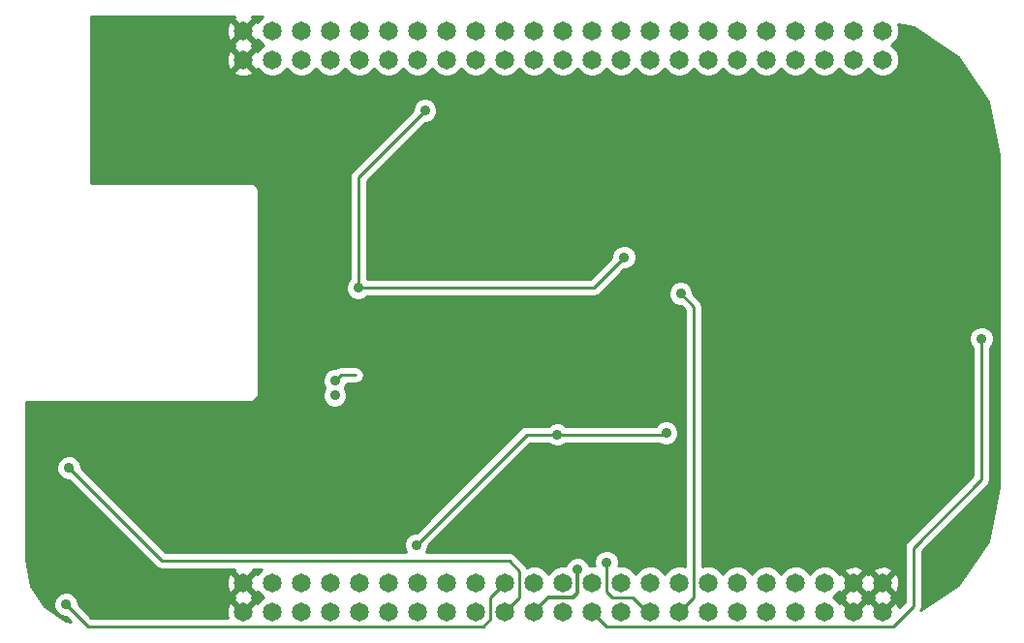
<source format=gbl>
G04 (created by PCBNEW (2013-07-07 BZR 4022)-stable) date 3/24/2015 12:33:15 PM*
%MOIN*%
G04 Gerber Fmt 3.4, Leading zero omitted, Abs format*
%FSLAX34Y34*%
G01*
G70*
G90*
G04 APERTURE LIST*
%ADD10C,0.00590551*%
%ADD11C,0.065*%
%ADD12C,0.035*%
%ADD13C,0.01*%
%ADD14C,0.012*%
G04 APERTURE END LIST*
G54D10*
G54D11*
X73650Y-43350D03*
X73650Y-42350D03*
X74650Y-43350D03*
X74650Y-42350D03*
X75650Y-43350D03*
X75650Y-42350D03*
X76650Y-43350D03*
X76650Y-42350D03*
X77650Y-43350D03*
X77650Y-42350D03*
X78650Y-43350D03*
X78650Y-42350D03*
X79650Y-43350D03*
X79650Y-42350D03*
X80650Y-43350D03*
X80650Y-42350D03*
X81650Y-43350D03*
X81650Y-42350D03*
X82650Y-43350D03*
X82650Y-42350D03*
X83650Y-43350D03*
X83650Y-42350D03*
X84650Y-43350D03*
X84650Y-42350D03*
X85650Y-43350D03*
X85650Y-42350D03*
X86650Y-43350D03*
X86650Y-42350D03*
X87650Y-43350D03*
X87650Y-42350D03*
X88650Y-43350D03*
X88650Y-42350D03*
X89650Y-43350D03*
X89650Y-42350D03*
X90650Y-43350D03*
X90650Y-42350D03*
X91650Y-43350D03*
X91650Y-42350D03*
X92650Y-43350D03*
X92650Y-42350D03*
X93650Y-43350D03*
X93650Y-42350D03*
X94650Y-43350D03*
X94650Y-42350D03*
X95650Y-43350D03*
X95650Y-42350D03*
X73650Y-62350D03*
X73650Y-61350D03*
X74650Y-62350D03*
X74650Y-61350D03*
X75650Y-62350D03*
X75650Y-61350D03*
X76650Y-62350D03*
X76650Y-61350D03*
X77650Y-62350D03*
X77650Y-61350D03*
X78650Y-62350D03*
X78650Y-61350D03*
X79650Y-62350D03*
X79650Y-61350D03*
X80650Y-62350D03*
X80650Y-61350D03*
X81650Y-62350D03*
X81650Y-61350D03*
X82650Y-62350D03*
X82650Y-61350D03*
X83650Y-62350D03*
X83650Y-61350D03*
X84650Y-62350D03*
X84650Y-61350D03*
X85650Y-62350D03*
X85650Y-61350D03*
X86650Y-62350D03*
X86650Y-61350D03*
X87650Y-62350D03*
X87650Y-61350D03*
X88650Y-62350D03*
X88650Y-61350D03*
X89650Y-62350D03*
X89650Y-61350D03*
X90650Y-62350D03*
X90650Y-61350D03*
X91650Y-62350D03*
X91650Y-61350D03*
X92650Y-62350D03*
X92650Y-61350D03*
X93650Y-62350D03*
X93650Y-61350D03*
X94650Y-62350D03*
X94650Y-61350D03*
X95650Y-62350D03*
X95650Y-61350D03*
G54D12*
X76800Y-54900D03*
X76800Y-54400D03*
X99050Y-52950D03*
X67650Y-57400D03*
X84450Y-56250D03*
X79600Y-60050D03*
X88200Y-56200D03*
X85150Y-60900D03*
X67550Y-62100D03*
X86150Y-60650D03*
X88700Y-51400D03*
X86750Y-50150D03*
X79900Y-45100D03*
X77600Y-51200D03*
X93350Y-45750D03*
X93950Y-45750D03*
X94550Y-45750D03*
X95150Y-45750D03*
X99350Y-50550D03*
X99350Y-50000D03*
X99350Y-49450D03*
X99350Y-48900D03*
X94300Y-59950D03*
X93850Y-59950D03*
X75200Y-47200D03*
X74700Y-47200D03*
X74200Y-47200D03*
X78000Y-54200D03*
X89400Y-51300D03*
X88500Y-50400D03*
X86750Y-50900D03*
X87150Y-50650D03*
X82350Y-46350D03*
X82000Y-46000D03*
X81650Y-45650D03*
X90100Y-57500D03*
X90600Y-57400D03*
X90200Y-57000D03*
X88250Y-58200D03*
X88250Y-57700D03*
X88250Y-57150D03*
X95500Y-58800D03*
X95100Y-59150D03*
X78950Y-49950D03*
X78400Y-49950D03*
X76600Y-52500D03*
X76600Y-53000D03*
X73800Y-55450D03*
X73300Y-55450D03*
X72800Y-55450D03*
X69900Y-57350D03*
X69450Y-57350D03*
G54D13*
X77500Y-54200D02*
X77000Y-54200D01*
X77000Y-54200D02*
X76800Y-54400D01*
X85650Y-62350D02*
X86150Y-62850D01*
X86150Y-62850D02*
X96000Y-62850D01*
X96000Y-62850D02*
X96700Y-62150D01*
X96700Y-62150D02*
X96700Y-60150D01*
X96700Y-60150D02*
X99050Y-57800D01*
X99050Y-57800D02*
X99050Y-52950D01*
X82650Y-62350D02*
X83150Y-61850D01*
X83150Y-60950D02*
X83150Y-61850D01*
X82800Y-60600D02*
X83150Y-60950D01*
X70850Y-60600D02*
X82800Y-60600D01*
X70850Y-60600D02*
X67650Y-57400D01*
X83400Y-56250D02*
X79600Y-60050D01*
X88150Y-56250D02*
X84450Y-56250D01*
X84450Y-56250D02*
X83400Y-56250D01*
X88200Y-56200D02*
X88150Y-56250D01*
G54D14*
X83650Y-62350D02*
X84150Y-61850D01*
X85150Y-61700D02*
X85150Y-60900D01*
X85000Y-61850D02*
X85150Y-61700D01*
X84150Y-61850D02*
X85000Y-61850D01*
G54D13*
X82150Y-61850D02*
X82650Y-61350D01*
X82150Y-62600D02*
X82150Y-61850D01*
X81900Y-62850D02*
X82150Y-62600D01*
X68300Y-62850D02*
X81900Y-62850D01*
X67550Y-62100D02*
X68300Y-62850D01*
X87650Y-62350D02*
X87550Y-62350D01*
X86150Y-61650D02*
X86150Y-60650D01*
X86350Y-61850D02*
X86150Y-61650D01*
X87050Y-61850D02*
X86350Y-61850D01*
X87550Y-62350D02*
X87050Y-61850D01*
X88650Y-62350D02*
X89150Y-61850D01*
X89150Y-51850D02*
X88700Y-51400D01*
X89150Y-61850D02*
X89150Y-51850D01*
X85700Y-51200D02*
X77600Y-51200D01*
X86750Y-50150D02*
X85700Y-51200D01*
X77600Y-47400D02*
X77600Y-51200D01*
X79900Y-45100D02*
X77600Y-47400D01*
X93950Y-45750D02*
X93350Y-45750D01*
X95150Y-45750D02*
X94550Y-45750D01*
X99350Y-50000D02*
X99350Y-50550D01*
X99350Y-48900D02*
X99350Y-49450D01*
X94300Y-59950D02*
X93850Y-59950D01*
X74200Y-47200D02*
X74700Y-47200D01*
X86900Y-50900D02*
X86750Y-50900D01*
X87150Y-50650D02*
X86900Y-50900D01*
X81650Y-45650D02*
X82000Y-46000D01*
X90200Y-57000D02*
X90600Y-57400D01*
X88250Y-57150D02*
X88250Y-57700D01*
X95450Y-58800D02*
X95500Y-58800D01*
X95100Y-59150D02*
X95450Y-58800D01*
X78400Y-49950D02*
X78950Y-49950D01*
X76600Y-52500D02*
X76600Y-53000D01*
X72800Y-55450D02*
X73300Y-55450D01*
X69450Y-57350D02*
X69900Y-57350D01*
G54D10*
G36*
X99630Y-58064D02*
X99264Y-59912D01*
X98243Y-61437D01*
X96952Y-62301D01*
X96977Y-62264D01*
X96999Y-62150D01*
X97000Y-62150D01*
X97000Y-60274D01*
X99262Y-58012D01*
X99262Y-58012D01*
X99327Y-57914D01*
X99349Y-57800D01*
X99350Y-57800D01*
X99350Y-53251D01*
X99410Y-53191D01*
X99474Y-53034D01*
X99475Y-52865D01*
X99410Y-52709D01*
X99291Y-52589D01*
X99134Y-52525D01*
X98965Y-52524D01*
X98809Y-52589D01*
X98689Y-52708D01*
X98625Y-52865D01*
X98624Y-53034D01*
X98689Y-53190D01*
X98750Y-53251D01*
X98750Y-57675D01*
X96487Y-59937D01*
X96422Y-60035D01*
X96400Y-60150D01*
X96400Y-62025D01*
X96229Y-62196D01*
X96229Y-61437D01*
X96219Y-61209D01*
X96151Y-61047D01*
X96054Y-61016D01*
X95983Y-61087D01*
X95983Y-60945D01*
X95952Y-60848D01*
X95737Y-60770D01*
X95509Y-60780D01*
X95347Y-60848D01*
X95316Y-60945D01*
X95650Y-61279D01*
X95983Y-60945D01*
X95983Y-61087D01*
X95720Y-61350D01*
X96054Y-61683D01*
X96151Y-61652D01*
X96229Y-61437D01*
X96229Y-62196D01*
X96218Y-62207D01*
X96151Y-62047D01*
X96054Y-62016D01*
X95983Y-62087D01*
X95983Y-61945D01*
X95953Y-61850D01*
X95983Y-61754D01*
X95650Y-61420D01*
X95579Y-61491D01*
X95579Y-61350D01*
X95245Y-61016D01*
X95150Y-61046D01*
X95054Y-61016D01*
X94983Y-61087D01*
X94983Y-60945D01*
X94952Y-60848D01*
X94737Y-60770D01*
X94509Y-60780D01*
X94347Y-60848D01*
X94316Y-60945D01*
X94650Y-61279D01*
X94983Y-60945D01*
X94983Y-61087D01*
X94720Y-61350D01*
X95054Y-61683D01*
X95150Y-61653D01*
X95245Y-61683D01*
X95579Y-61350D01*
X95579Y-61491D01*
X95316Y-61754D01*
X95346Y-61850D01*
X95316Y-61945D01*
X95650Y-62279D01*
X95983Y-61945D01*
X95983Y-62087D01*
X95720Y-62350D01*
X95726Y-62355D01*
X95655Y-62426D01*
X95650Y-62420D01*
X95644Y-62426D01*
X95573Y-62355D01*
X95579Y-62350D01*
X95245Y-62016D01*
X95150Y-62046D01*
X95054Y-62016D01*
X94983Y-62087D01*
X94983Y-61945D01*
X94953Y-61850D01*
X94983Y-61754D01*
X94650Y-61420D01*
X94316Y-61754D01*
X94346Y-61850D01*
X94316Y-61945D01*
X94650Y-62279D01*
X94983Y-61945D01*
X94983Y-62087D01*
X94720Y-62350D01*
X94726Y-62355D01*
X94655Y-62426D01*
X94650Y-62420D01*
X94644Y-62426D01*
X94573Y-62355D01*
X94579Y-62350D01*
X94245Y-62016D01*
X94148Y-62047D01*
X94147Y-62048D01*
X94137Y-62024D01*
X93976Y-61862D01*
X93945Y-61850D01*
X93975Y-61837D01*
X94137Y-61676D01*
X94147Y-61651D01*
X94148Y-61652D01*
X94245Y-61683D01*
X94579Y-61350D01*
X94245Y-61016D01*
X94148Y-61047D01*
X94147Y-61048D01*
X94137Y-61024D01*
X93976Y-60862D01*
X93764Y-60775D01*
X93536Y-60774D01*
X93324Y-60862D01*
X93162Y-61023D01*
X93150Y-61054D01*
X93137Y-61024D01*
X92976Y-60862D01*
X92764Y-60775D01*
X92536Y-60774D01*
X92324Y-60862D01*
X92162Y-61023D01*
X92150Y-61054D01*
X92137Y-61024D01*
X91976Y-60862D01*
X91764Y-60775D01*
X91536Y-60774D01*
X91324Y-60862D01*
X91162Y-61023D01*
X91150Y-61054D01*
X91137Y-61024D01*
X90976Y-60862D01*
X90764Y-60775D01*
X90536Y-60774D01*
X90324Y-60862D01*
X90162Y-61023D01*
X90150Y-61054D01*
X90137Y-61024D01*
X89976Y-60862D01*
X89764Y-60775D01*
X89536Y-60774D01*
X89450Y-60810D01*
X89450Y-51850D01*
X89427Y-51735D01*
X89362Y-51637D01*
X89124Y-51400D01*
X89125Y-51315D01*
X89060Y-51159D01*
X88941Y-51039D01*
X88784Y-50975D01*
X88615Y-50974D01*
X88459Y-51039D01*
X88339Y-51158D01*
X88275Y-51315D01*
X88274Y-51484D01*
X88339Y-51640D01*
X88458Y-51760D01*
X88615Y-51824D01*
X88700Y-51825D01*
X88850Y-51974D01*
X88850Y-60810D01*
X88764Y-60775D01*
X88536Y-60774D01*
X88324Y-60862D01*
X88162Y-61023D01*
X88150Y-61054D01*
X88137Y-61024D01*
X87976Y-60862D01*
X87764Y-60775D01*
X87536Y-60774D01*
X87324Y-60862D01*
X87162Y-61023D01*
X87150Y-61054D01*
X87137Y-61024D01*
X86976Y-60862D01*
X86764Y-60775D01*
X86558Y-60774D01*
X86574Y-60734D01*
X86575Y-60565D01*
X86510Y-60409D01*
X86391Y-60289D01*
X86234Y-60225D01*
X86065Y-60224D01*
X85909Y-60289D01*
X85789Y-60408D01*
X85725Y-60565D01*
X85724Y-60734D01*
X85741Y-60775D01*
X85558Y-60774D01*
X85510Y-60659D01*
X85391Y-60539D01*
X85234Y-60475D01*
X85065Y-60474D01*
X84909Y-60539D01*
X84789Y-60658D01*
X84741Y-60775D01*
X84536Y-60774D01*
X84324Y-60862D01*
X84162Y-61023D01*
X84150Y-61054D01*
X84137Y-61024D01*
X83976Y-60862D01*
X83764Y-60775D01*
X83536Y-60774D01*
X83419Y-60823D01*
X83362Y-60737D01*
X83362Y-60737D01*
X83012Y-60387D01*
X82914Y-60322D01*
X82800Y-60300D01*
X79951Y-60300D01*
X79960Y-60291D01*
X80024Y-60134D01*
X80025Y-60049D01*
X83524Y-56550D01*
X84148Y-56550D01*
X84208Y-56610D01*
X84365Y-56674D01*
X84534Y-56675D01*
X84690Y-56610D01*
X84751Y-56550D01*
X87948Y-56550D01*
X87958Y-56560D01*
X88115Y-56624D01*
X88284Y-56625D01*
X88440Y-56560D01*
X88560Y-56441D01*
X88624Y-56284D01*
X88625Y-56115D01*
X88560Y-55959D01*
X88441Y-55839D01*
X88284Y-55775D01*
X88115Y-55774D01*
X87959Y-55839D01*
X87848Y-55950D01*
X87175Y-55950D01*
X87175Y-50065D01*
X87110Y-49909D01*
X86991Y-49789D01*
X86834Y-49725D01*
X86665Y-49724D01*
X86509Y-49789D01*
X86389Y-49908D01*
X86325Y-50065D01*
X86324Y-50150D01*
X85575Y-50900D01*
X77901Y-50900D01*
X77900Y-50898D01*
X77900Y-47524D01*
X79899Y-45524D01*
X79984Y-45525D01*
X80140Y-45460D01*
X80260Y-45341D01*
X80324Y-45184D01*
X80325Y-45015D01*
X80260Y-44859D01*
X80141Y-44739D01*
X79984Y-44675D01*
X79815Y-44674D01*
X79659Y-44739D01*
X79539Y-44858D01*
X79475Y-45015D01*
X79474Y-45100D01*
X77387Y-47187D01*
X77322Y-47285D01*
X77300Y-47400D01*
X77300Y-50898D01*
X77239Y-50958D01*
X77175Y-51115D01*
X77174Y-51284D01*
X77239Y-51440D01*
X77358Y-51560D01*
X77515Y-51624D01*
X77684Y-51625D01*
X77840Y-51560D01*
X77901Y-51500D01*
X85700Y-51500D01*
X85700Y-51499D01*
X85814Y-51477D01*
X85814Y-51477D01*
X85912Y-51412D01*
X86749Y-50574D01*
X86834Y-50575D01*
X86990Y-50510D01*
X87110Y-50391D01*
X87174Y-50234D01*
X87175Y-50065D01*
X87175Y-55950D01*
X84751Y-55950D01*
X84691Y-55889D01*
X84534Y-55825D01*
X84365Y-55824D01*
X84209Y-55889D01*
X84148Y-55950D01*
X83400Y-55950D01*
X83285Y-55972D01*
X83187Y-56037D01*
X79600Y-59625D01*
X79515Y-59624D01*
X79359Y-59689D01*
X79239Y-59808D01*
X79175Y-59965D01*
X79174Y-60134D01*
X79239Y-60290D01*
X79249Y-60300D01*
X77800Y-60300D01*
X77800Y-54200D01*
X77777Y-54085D01*
X77712Y-53987D01*
X77614Y-53922D01*
X77500Y-53900D01*
X77000Y-53900D01*
X76885Y-53922D01*
X76807Y-53975D01*
X76807Y-53975D01*
X76715Y-53974D01*
X76559Y-54039D01*
X76439Y-54158D01*
X76375Y-54315D01*
X76374Y-54484D01*
X76439Y-54640D01*
X76448Y-54649D01*
X76439Y-54658D01*
X76375Y-54815D01*
X76374Y-54984D01*
X76439Y-55140D01*
X76558Y-55260D01*
X76715Y-55324D01*
X76884Y-55325D01*
X77040Y-55260D01*
X77160Y-55141D01*
X77224Y-54984D01*
X77225Y-54815D01*
X77160Y-54659D01*
X77151Y-54650D01*
X77160Y-54641D01*
X77218Y-54500D01*
X77500Y-54500D01*
X77614Y-54477D01*
X77712Y-54412D01*
X77777Y-54314D01*
X77800Y-54200D01*
X77800Y-60300D01*
X70974Y-60300D01*
X68074Y-57400D01*
X68075Y-57315D01*
X68010Y-57159D01*
X67891Y-57039D01*
X67734Y-56975D01*
X67565Y-56974D01*
X67409Y-57039D01*
X67289Y-57158D01*
X67225Y-57315D01*
X67224Y-57484D01*
X67289Y-57640D01*
X67408Y-57760D01*
X67565Y-57824D01*
X67650Y-57825D01*
X70637Y-60812D01*
X70637Y-60812D01*
X70735Y-60877D01*
X70849Y-60899D01*
X70850Y-60900D01*
X73330Y-60900D01*
X73316Y-60945D01*
X73650Y-61279D01*
X73983Y-60945D01*
X73969Y-60900D01*
X74286Y-60900D01*
X74162Y-61023D01*
X74152Y-61048D01*
X74151Y-61047D01*
X74054Y-61016D01*
X73720Y-61350D01*
X74054Y-61683D01*
X74151Y-61652D01*
X74152Y-61651D01*
X74162Y-61675D01*
X74323Y-61837D01*
X74354Y-61849D01*
X74324Y-61862D01*
X74162Y-62023D01*
X74152Y-62048D01*
X74151Y-62047D01*
X74054Y-62016D01*
X73983Y-62087D01*
X73983Y-61945D01*
X73953Y-61850D01*
X73983Y-61754D01*
X73650Y-61420D01*
X73579Y-61491D01*
X73579Y-61350D01*
X73245Y-61016D01*
X73148Y-61047D01*
X73070Y-61262D01*
X73080Y-61490D01*
X73148Y-61652D01*
X73245Y-61683D01*
X73579Y-61350D01*
X73579Y-61491D01*
X73316Y-61754D01*
X73346Y-61850D01*
X73316Y-61945D01*
X73650Y-62279D01*
X73983Y-61945D01*
X73983Y-62087D01*
X73720Y-62350D01*
X73726Y-62355D01*
X73655Y-62426D01*
X73650Y-62420D01*
X73644Y-62426D01*
X73573Y-62355D01*
X73579Y-62350D01*
X73245Y-62016D01*
X73148Y-62047D01*
X73070Y-62262D01*
X73080Y-62490D01*
X73105Y-62550D01*
X68424Y-62550D01*
X67974Y-62100D01*
X67975Y-62015D01*
X67910Y-61859D01*
X67791Y-61739D01*
X67634Y-61675D01*
X67465Y-61674D01*
X67309Y-61739D01*
X67189Y-61858D01*
X67125Y-62015D01*
X67124Y-62184D01*
X67189Y-62340D01*
X67308Y-62460D01*
X67465Y-62524D01*
X67550Y-62525D01*
X67714Y-62688D01*
X67546Y-62655D01*
X66828Y-62174D01*
X66343Y-61449D01*
X66169Y-60573D01*
X66169Y-55119D01*
X73900Y-55119D01*
X74003Y-55099D01*
X74090Y-55040D01*
X74149Y-54953D01*
X74169Y-54850D01*
X74169Y-47850D01*
X74149Y-47746D01*
X74090Y-47659D01*
X74003Y-47600D01*
X73983Y-47596D01*
X73983Y-43754D01*
X73650Y-43420D01*
X73579Y-43491D01*
X73579Y-43350D01*
X73245Y-43016D01*
X73148Y-43047D01*
X73070Y-43262D01*
X73080Y-43490D01*
X73148Y-43652D01*
X73245Y-43683D01*
X73579Y-43350D01*
X73579Y-43491D01*
X73316Y-43754D01*
X73347Y-43851D01*
X73562Y-43929D01*
X73790Y-43919D01*
X73952Y-43851D01*
X73983Y-43754D01*
X73983Y-47596D01*
X73900Y-47580D01*
X68419Y-47580D01*
X68419Y-41869D01*
X73340Y-41869D01*
X73316Y-41945D01*
X73650Y-42279D01*
X73983Y-41945D01*
X73959Y-41869D01*
X74317Y-41869D01*
X74162Y-42023D01*
X74152Y-42048D01*
X74151Y-42047D01*
X74054Y-42016D01*
X73720Y-42350D01*
X74054Y-42683D01*
X74151Y-42652D01*
X74152Y-42651D01*
X74162Y-42675D01*
X74323Y-42837D01*
X74354Y-42849D01*
X74324Y-42862D01*
X74162Y-43023D01*
X74152Y-43048D01*
X74151Y-43047D01*
X74054Y-43016D01*
X73983Y-43087D01*
X73983Y-42945D01*
X73953Y-42850D01*
X73983Y-42754D01*
X73650Y-42420D01*
X73579Y-42491D01*
X73579Y-42350D01*
X73245Y-42016D01*
X73148Y-42047D01*
X73070Y-42262D01*
X73080Y-42490D01*
X73148Y-42652D01*
X73245Y-42683D01*
X73579Y-42350D01*
X73579Y-42491D01*
X73316Y-42754D01*
X73346Y-42850D01*
X73316Y-42945D01*
X73650Y-43279D01*
X73983Y-42945D01*
X73983Y-43087D01*
X73720Y-43350D01*
X74054Y-43683D01*
X74151Y-43652D01*
X74152Y-43651D01*
X74162Y-43675D01*
X74323Y-43837D01*
X74535Y-43924D01*
X74763Y-43925D01*
X74975Y-43837D01*
X75137Y-43676D01*
X75149Y-43645D01*
X75162Y-43675D01*
X75323Y-43837D01*
X75535Y-43924D01*
X75763Y-43925D01*
X75975Y-43837D01*
X76137Y-43676D01*
X76149Y-43645D01*
X76162Y-43675D01*
X76323Y-43837D01*
X76535Y-43924D01*
X76763Y-43925D01*
X76975Y-43837D01*
X77137Y-43676D01*
X77149Y-43645D01*
X77162Y-43675D01*
X77323Y-43837D01*
X77535Y-43924D01*
X77763Y-43925D01*
X77975Y-43837D01*
X78137Y-43676D01*
X78149Y-43645D01*
X78162Y-43675D01*
X78323Y-43837D01*
X78535Y-43924D01*
X78763Y-43925D01*
X78975Y-43837D01*
X79137Y-43676D01*
X79149Y-43645D01*
X79162Y-43675D01*
X79323Y-43837D01*
X79535Y-43924D01*
X79763Y-43925D01*
X79975Y-43837D01*
X80137Y-43676D01*
X80149Y-43645D01*
X80162Y-43675D01*
X80323Y-43837D01*
X80535Y-43924D01*
X80763Y-43925D01*
X80975Y-43837D01*
X81137Y-43676D01*
X81149Y-43645D01*
X81162Y-43675D01*
X81323Y-43837D01*
X81535Y-43924D01*
X81763Y-43925D01*
X81975Y-43837D01*
X82137Y-43676D01*
X82149Y-43645D01*
X82162Y-43675D01*
X82323Y-43837D01*
X82535Y-43924D01*
X82763Y-43925D01*
X82975Y-43837D01*
X83137Y-43676D01*
X83149Y-43645D01*
X83162Y-43675D01*
X83323Y-43837D01*
X83535Y-43924D01*
X83763Y-43925D01*
X83975Y-43837D01*
X84137Y-43676D01*
X84149Y-43645D01*
X84162Y-43675D01*
X84323Y-43837D01*
X84535Y-43924D01*
X84763Y-43925D01*
X84975Y-43837D01*
X85137Y-43676D01*
X85149Y-43645D01*
X85162Y-43675D01*
X85323Y-43837D01*
X85535Y-43924D01*
X85763Y-43925D01*
X85975Y-43837D01*
X86137Y-43676D01*
X86149Y-43645D01*
X86162Y-43675D01*
X86323Y-43837D01*
X86535Y-43924D01*
X86763Y-43925D01*
X86975Y-43837D01*
X87137Y-43676D01*
X87149Y-43645D01*
X87162Y-43675D01*
X87323Y-43837D01*
X87535Y-43924D01*
X87763Y-43925D01*
X87975Y-43837D01*
X88137Y-43676D01*
X88149Y-43645D01*
X88162Y-43675D01*
X88323Y-43837D01*
X88535Y-43924D01*
X88763Y-43925D01*
X88975Y-43837D01*
X89137Y-43676D01*
X89149Y-43645D01*
X89162Y-43675D01*
X89323Y-43837D01*
X89535Y-43924D01*
X89763Y-43925D01*
X89975Y-43837D01*
X90137Y-43676D01*
X90149Y-43645D01*
X90162Y-43675D01*
X90323Y-43837D01*
X90535Y-43924D01*
X90763Y-43925D01*
X90975Y-43837D01*
X91137Y-43676D01*
X91149Y-43645D01*
X91162Y-43675D01*
X91323Y-43837D01*
X91535Y-43924D01*
X91763Y-43925D01*
X91975Y-43837D01*
X92137Y-43676D01*
X92149Y-43645D01*
X92162Y-43675D01*
X92323Y-43837D01*
X92535Y-43924D01*
X92763Y-43925D01*
X92975Y-43837D01*
X93137Y-43676D01*
X93149Y-43645D01*
X93162Y-43675D01*
X93323Y-43837D01*
X93535Y-43924D01*
X93763Y-43925D01*
X93975Y-43837D01*
X94137Y-43676D01*
X94149Y-43645D01*
X94162Y-43675D01*
X94323Y-43837D01*
X94535Y-43924D01*
X94763Y-43925D01*
X94975Y-43837D01*
X95137Y-43676D01*
X95149Y-43645D01*
X95162Y-43675D01*
X95323Y-43837D01*
X95535Y-43924D01*
X95763Y-43925D01*
X95975Y-43837D01*
X96137Y-43676D01*
X96224Y-43464D01*
X96225Y-43236D01*
X96137Y-43024D01*
X95976Y-42862D01*
X95945Y-42850D01*
X95975Y-42837D01*
X96137Y-42676D01*
X96224Y-42464D01*
X96225Y-42236D01*
X96180Y-42128D01*
X96704Y-42232D01*
X98243Y-43262D01*
X99264Y-44787D01*
X99630Y-46635D01*
X99630Y-58064D01*
X99630Y-58064D01*
G37*
G54D13*
X99630Y-58064D02*
X99264Y-59912D01*
X98243Y-61437D01*
X96952Y-62301D01*
X96977Y-62264D01*
X96999Y-62150D01*
X97000Y-62150D01*
X97000Y-60274D01*
X99262Y-58012D01*
X99262Y-58012D01*
X99327Y-57914D01*
X99349Y-57800D01*
X99350Y-57800D01*
X99350Y-53251D01*
X99410Y-53191D01*
X99474Y-53034D01*
X99475Y-52865D01*
X99410Y-52709D01*
X99291Y-52589D01*
X99134Y-52525D01*
X98965Y-52524D01*
X98809Y-52589D01*
X98689Y-52708D01*
X98625Y-52865D01*
X98624Y-53034D01*
X98689Y-53190D01*
X98750Y-53251D01*
X98750Y-57675D01*
X96487Y-59937D01*
X96422Y-60035D01*
X96400Y-60150D01*
X96400Y-62025D01*
X96229Y-62196D01*
X96229Y-61437D01*
X96219Y-61209D01*
X96151Y-61047D01*
X96054Y-61016D01*
X95983Y-61087D01*
X95983Y-60945D01*
X95952Y-60848D01*
X95737Y-60770D01*
X95509Y-60780D01*
X95347Y-60848D01*
X95316Y-60945D01*
X95650Y-61279D01*
X95983Y-60945D01*
X95983Y-61087D01*
X95720Y-61350D01*
X96054Y-61683D01*
X96151Y-61652D01*
X96229Y-61437D01*
X96229Y-62196D01*
X96218Y-62207D01*
X96151Y-62047D01*
X96054Y-62016D01*
X95983Y-62087D01*
X95983Y-61945D01*
X95953Y-61850D01*
X95983Y-61754D01*
X95650Y-61420D01*
X95579Y-61491D01*
X95579Y-61350D01*
X95245Y-61016D01*
X95150Y-61046D01*
X95054Y-61016D01*
X94983Y-61087D01*
X94983Y-60945D01*
X94952Y-60848D01*
X94737Y-60770D01*
X94509Y-60780D01*
X94347Y-60848D01*
X94316Y-60945D01*
X94650Y-61279D01*
X94983Y-60945D01*
X94983Y-61087D01*
X94720Y-61350D01*
X95054Y-61683D01*
X95150Y-61653D01*
X95245Y-61683D01*
X95579Y-61350D01*
X95579Y-61491D01*
X95316Y-61754D01*
X95346Y-61850D01*
X95316Y-61945D01*
X95650Y-62279D01*
X95983Y-61945D01*
X95983Y-62087D01*
X95720Y-62350D01*
X95726Y-62355D01*
X95655Y-62426D01*
X95650Y-62420D01*
X95644Y-62426D01*
X95573Y-62355D01*
X95579Y-62350D01*
X95245Y-62016D01*
X95150Y-62046D01*
X95054Y-62016D01*
X94983Y-62087D01*
X94983Y-61945D01*
X94953Y-61850D01*
X94983Y-61754D01*
X94650Y-61420D01*
X94316Y-61754D01*
X94346Y-61850D01*
X94316Y-61945D01*
X94650Y-62279D01*
X94983Y-61945D01*
X94983Y-62087D01*
X94720Y-62350D01*
X94726Y-62355D01*
X94655Y-62426D01*
X94650Y-62420D01*
X94644Y-62426D01*
X94573Y-62355D01*
X94579Y-62350D01*
X94245Y-62016D01*
X94148Y-62047D01*
X94147Y-62048D01*
X94137Y-62024D01*
X93976Y-61862D01*
X93945Y-61850D01*
X93975Y-61837D01*
X94137Y-61676D01*
X94147Y-61651D01*
X94148Y-61652D01*
X94245Y-61683D01*
X94579Y-61350D01*
X94245Y-61016D01*
X94148Y-61047D01*
X94147Y-61048D01*
X94137Y-61024D01*
X93976Y-60862D01*
X93764Y-60775D01*
X93536Y-60774D01*
X93324Y-60862D01*
X93162Y-61023D01*
X93150Y-61054D01*
X93137Y-61024D01*
X92976Y-60862D01*
X92764Y-60775D01*
X92536Y-60774D01*
X92324Y-60862D01*
X92162Y-61023D01*
X92150Y-61054D01*
X92137Y-61024D01*
X91976Y-60862D01*
X91764Y-60775D01*
X91536Y-60774D01*
X91324Y-60862D01*
X91162Y-61023D01*
X91150Y-61054D01*
X91137Y-61024D01*
X90976Y-60862D01*
X90764Y-60775D01*
X90536Y-60774D01*
X90324Y-60862D01*
X90162Y-61023D01*
X90150Y-61054D01*
X90137Y-61024D01*
X89976Y-60862D01*
X89764Y-60775D01*
X89536Y-60774D01*
X89450Y-60810D01*
X89450Y-51850D01*
X89427Y-51735D01*
X89362Y-51637D01*
X89124Y-51400D01*
X89125Y-51315D01*
X89060Y-51159D01*
X88941Y-51039D01*
X88784Y-50975D01*
X88615Y-50974D01*
X88459Y-51039D01*
X88339Y-51158D01*
X88275Y-51315D01*
X88274Y-51484D01*
X88339Y-51640D01*
X88458Y-51760D01*
X88615Y-51824D01*
X88700Y-51825D01*
X88850Y-51974D01*
X88850Y-60810D01*
X88764Y-60775D01*
X88536Y-60774D01*
X88324Y-60862D01*
X88162Y-61023D01*
X88150Y-61054D01*
X88137Y-61024D01*
X87976Y-60862D01*
X87764Y-60775D01*
X87536Y-60774D01*
X87324Y-60862D01*
X87162Y-61023D01*
X87150Y-61054D01*
X87137Y-61024D01*
X86976Y-60862D01*
X86764Y-60775D01*
X86558Y-60774D01*
X86574Y-60734D01*
X86575Y-60565D01*
X86510Y-60409D01*
X86391Y-60289D01*
X86234Y-60225D01*
X86065Y-60224D01*
X85909Y-60289D01*
X85789Y-60408D01*
X85725Y-60565D01*
X85724Y-60734D01*
X85741Y-60775D01*
X85558Y-60774D01*
X85510Y-60659D01*
X85391Y-60539D01*
X85234Y-60475D01*
X85065Y-60474D01*
X84909Y-60539D01*
X84789Y-60658D01*
X84741Y-60775D01*
X84536Y-60774D01*
X84324Y-60862D01*
X84162Y-61023D01*
X84150Y-61054D01*
X84137Y-61024D01*
X83976Y-60862D01*
X83764Y-60775D01*
X83536Y-60774D01*
X83419Y-60823D01*
X83362Y-60737D01*
X83362Y-60737D01*
X83012Y-60387D01*
X82914Y-60322D01*
X82800Y-60300D01*
X79951Y-60300D01*
X79960Y-60291D01*
X80024Y-60134D01*
X80025Y-60049D01*
X83524Y-56550D01*
X84148Y-56550D01*
X84208Y-56610D01*
X84365Y-56674D01*
X84534Y-56675D01*
X84690Y-56610D01*
X84751Y-56550D01*
X87948Y-56550D01*
X87958Y-56560D01*
X88115Y-56624D01*
X88284Y-56625D01*
X88440Y-56560D01*
X88560Y-56441D01*
X88624Y-56284D01*
X88625Y-56115D01*
X88560Y-55959D01*
X88441Y-55839D01*
X88284Y-55775D01*
X88115Y-55774D01*
X87959Y-55839D01*
X87848Y-55950D01*
X87175Y-55950D01*
X87175Y-50065D01*
X87110Y-49909D01*
X86991Y-49789D01*
X86834Y-49725D01*
X86665Y-49724D01*
X86509Y-49789D01*
X86389Y-49908D01*
X86325Y-50065D01*
X86324Y-50150D01*
X85575Y-50900D01*
X77901Y-50900D01*
X77900Y-50898D01*
X77900Y-47524D01*
X79899Y-45524D01*
X79984Y-45525D01*
X80140Y-45460D01*
X80260Y-45341D01*
X80324Y-45184D01*
X80325Y-45015D01*
X80260Y-44859D01*
X80141Y-44739D01*
X79984Y-44675D01*
X79815Y-44674D01*
X79659Y-44739D01*
X79539Y-44858D01*
X79475Y-45015D01*
X79474Y-45100D01*
X77387Y-47187D01*
X77322Y-47285D01*
X77300Y-47400D01*
X77300Y-50898D01*
X77239Y-50958D01*
X77175Y-51115D01*
X77174Y-51284D01*
X77239Y-51440D01*
X77358Y-51560D01*
X77515Y-51624D01*
X77684Y-51625D01*
X77840Y-51560D01*
X77901Y-51500D01*
X85700Y-51500D01*
X85700Y-51499D01*
X85814Y-51477D01*
X85814Y-51477D01*
X85912Y-51412D01*
X86749Y-50574D01*
X86834Y-50575D01*
X86990Y-50510D01*
X87110Y-50391D01*
X87174Y-50234D01*
X87175Y-50065D01*
X87175Y-55950D01*
X84751Y-55950D01*
X84691Y-55889D01*
X84534Y-55825D01*
X84365Y-55824D01*
X84209Y-55889D01*
X84148Y-55950D01*
X83400Y-55950D01*
X83285Y-55972D01*
X83187Y-56037D01*
X79600Y-59625D01*
X79515Y-59624D01*
X79359Y-59689D01*
X79239Y-59808D01*
X79175Y-59965D01*
X79174Y-60134D01*
X79239Y-60290D01*
X79249Y-60300D01*
X77800Y-60300D01*
X77800Y-54200D01*
X77777Y-54085D01*
X77712Y-53987D01*
X77614Y-53922D01*
X77500Y-53900D01*
X77000Y-53900D01*
X76885Y-53922D01*
X76807Y-53975D01*
X76807Y-53975D01*
X76715Y-53974D01*
X76559Y-54039D01*
X76439Y-54158D01*
X76375Y-54315D01*
X76374Y-54484D01*
X76439Y-54640D01*
X76448Y-54649D01*
X76439Y-54658D01*
X76375Y-54815D01*
X76374Y-54984D01*
X76439Y-55140D01*
X76558Y-55260D01*
X76715Y-55324D01*
X76884Y-55325D01*
X77040Y-55260D01*
X77160Y-55141D01*
X77224Y-54984D01*
X77225Y-54815D01*
X77160Y-54659D01*
X77151Y-54650D01*
X77160Y-54641D01*
X77218Y-54500D01*
X77500Y-54500D01*
X77614Y-54477D01*
X77712Y-54412D01*
X77777Y-54314D01*
X77800Y-54200D01*
X77800Y-60300D01*
X70974Y-60300D01*
X68074Y-57400D01*
X68075Y-57315D01*
X68010Y-57159D01*
X67891Y-57039D01*
X67734Y-56975D01*
X67565Y-56974D01*
X67409Y-57039D01*
X67289Y-57158D01*
X67225Y-57315D01*
X67224Y-57484D01*
X67289Y-57640D01*
X67408Y-57760D01*
X67565Y-57824D01*
X67650Y-57825D01*
X70637Y-60812D01*
X70637Y-60812D01*
X70735Y-60877D01*
X70849Y-60899D01*
X70850Y-60900D01*
X73330Y-60900D01*
X73316Y-60945D01*
X73650Y-61279D01*
X73983Y-60945D01*
X73969Y-60900D01*
X74286Y-60900D01*
X74162Y-61023D01*
X74152Y-61048D01*
X74151Y-61047D01*
X74054Y-61016D01*
X73720Y-61350D01*
X74054Y-61683D01*
X74151Y-61652D01*
X74152Y-61651D01*
X74162Y-61675D01*
X74323Y-61837D01*
X74354Y-61849D01*
X74324Y-61862D01*
X74162Y-62023D01*
X74152Y-62048D01*
X74151Y-62047D01*
X74054Y-62016D01*
X73983Y-62087D01*
X73983Y-61945D01*
X73953Y-61850D01*
X73983Y-61754D01*
X73650Y-61420D01*
X73579Y-61491D01*
X73579Y-61350D01*
X73245Y-61016D01*
X73148Y-61047D01*
X73070Y-61262D01*
X73080Y-61490D01*
X73148Y-61652D01*
X73245Y-61683D01*
X73579Y-61350D01*
X73579Y-61491D01*
X73316Y-61754D01*
X73346Y-61850D01*
X73316Y-61945D01*
X73650Y-62279D01*
X73983Y-61945D01*
X73983Y-62087D01*
X73720Y-62350D01*
X73726Y-62355D01*
X73655Y-62426D01*
X73650Y-62420D01*
X73644Y-62426D01*
X73573Y-62355D01*
X73579Y-62350D01*
X73245Y-62016D01*
X73148Y-62047D01*
X73070Y-62262D01*
X73080Y-62490D01*
X73105Y-62550D01*
X68424Y-62550D01*
X67974Y-62100D01*
X67975Y-62015D01*
X67910Y-61859D01*
X67791Y-61739D01*
X67634Y-61675D01*
X67465Y-61674D01*
X67309Y-61739D01*
X67189Y-61858D01*
X67125Y-62015D01*
X67124Y-62184D01*
X67189Y-62340D01*
X67308Y-62460D01*
X67465Y-62524D01*
X67550Y-62525D01*
X67714Y-62688D01*
X67546Y-62655D01*
X66828Y-62174D01*
X66343Y-61449D01*
X66169Y-60573D01*
X66169Y-55119D01*
X73900Y-55119D01*
X74003Y-55099D01*
X74090Y-55040D01*
X74149Y-54953D01*
X74169Y-54850D01*
X74169Y-47850D01*
X74149Y-47746D01*
X74090Y-47659D01*
X74003Y-47600D01*
X73983Y-47596D01*
X73983Y-43754D01*
X73650Y-43420D01*
X73579Y-43491D01*
X73579Y-43350D01*
X73245Y-43016D01*
X73148Y-43047D01*
X73070Y-43262D01*
X73080Y-43490D01*
X73148Y-43652D01*
X73245Y-43683D01*
X73579Y-43350D01*
X73579Y-43491D01*
X73316Y-43754D01*
X73347Y-43851D01*
X73562Y-43929D01*
X73790Y-43919D01*
X73952Y-43851D01*
X73983Y-43754D01*
X73983Y-47596D01*
X73900Y-47580D01*
X68419Y-47580D01*
X68419Y-41869D01*
X73340Y-41869D01*
X73316Y-41945D01*
X73650Y-42279D01*
X73983Y-41945D01*
X73959Y-41869D01*
X74317Y-41869D01*
X74162Y-42023D01*
X74152Y-42048D01*
X74151Y-42047D01*
X74054Y-42016D01*
X73720Y-42350D01*
X74054Y-42683D01*
X74151Y-42652D01*
X74152Y-42651D01*
X74162Y-42675D01*
X74323Y-42837D01*
X74354Y-42849D01*
X74324Y-42862D01*
X74162Y-43023D01*
X74152Y-43048D01*
X74151Y-43047D01*
X74054Y-43016D01*
X73983Y-43087D01*
X73983Y-42945D01*
X73953Y-42850D01*
X73983Y-42754D01*
X73650Y-42420D01*
X73579Y-42491D01*
X73579Y-42350D01*
X73245Y-42016D01*
X73148Y-42047D01*
X73070Y-42262D01*
X73080Y-42490D01*
X73148Y-42652D01*
X73245Y-42683D01*
X73579Y-42350D01*
X73579Y-42491D01*
X73316Y-42754D01*
X73346Y-42850D01*
X73316Y-42945D01*
X73650Y-43279D01*
X73983Y-42945D01*
X73983Y-43087D01*
X73720Y-43350D01*
X74054Y-43683D01*
X74151Y-43652D01*
X74152Y-43651D01*
X74162Y-43675D01*
X74323Y-43837D01*
X74535Y-43924D01*
X74763Y-43925D01*
X74975Y-43837D01*
X75137Y-43676D01*
X75149Y-43645D01*
X75162Y-43675D01*
X75323Y-43837D01*
X75535Y-43924D01*
X75763Y-43925D01*
X75975Y-43837D01*
X76137Y-43676D01*
X76149Y-43645D01*
X76162Y-43675D01*
X76323Y-43837D01*
X76535Y-43924D01*
X76763Y-43925D01*
X76975Y-43837D01*
X77137Y-43676D01*
X77149Y-43645D01*
X77162Y-43675D01*
X77323Y-43837D01*
X77535Y-43924D01*
X77763Y-43925D01*
X77975Y-43837D01*
X78137Y-43676D01*
X78149Y-43645D01*
X78162Y-43675D01*
X78323Y-43837D01*
X78535Y-43924D01*
X78763Y-43925D01*
X78975Y-43837D01*
X79137Y-43676D01*
X79149Y-43645D01*
X79162Y-43675D01*
X79323Y-43837D01*
X79535Y-43924D01*
X79763Y-43925D01*
X79975Y-43837D01*
X80137Y-43676D01*
X80149Y-43645D01*
X80162Y-43675D01*
X80323Y-43837D01*
X80535Y-43924D01*
X80763Y-43925D01*
X80975Y-43837D01*
X81137Y-43676D01*
X81149Y-43645D01*
X81162Y-43675D01*
X81323Y-43837D01*
X81535Y-43924D01*
X81763Y-43925D01*
X81975Y-43837D01*
X82137Y-43676D01*
X82149Y-43645D01*
X82162Y-43675D01*
X82323Y-43837D01*
X82535Y-43924D01*
X82763Y-43925D01*
X82975Y-43837D01*
X83137Y-43676D01*
X83149Y-43645D01*
X83162Y-43675D01*
X83323Y-43837D01*
X83535Y-43924D01*
X83763Y-43925D01*
X83975Y-43837D01*
X84137Y-43676D01*
X84149Y-43645D01*
X84162Y-43675D01*
X84323Y-43837D01*
X84535Y-43924D01*
X84763Y-43925D01*
X84975Y-43837D01*
X85137Y-43676D01*
X85149Y-43645D01*
X85162Y-43675D01*
X85323Y-43837D01*
X85535Y-43924D01*
X85763Y-43925D01*
X85975Y-43837D01*
X86137Y-43676D01*
X86149Y-43645D01*
X86162Y-43675D01*
X86323Y-43837D01*
X86535Y-43924D01*
X86763Y-43925D01*
X86975Y-43837D01*
X87137Y-43676D01*
X87149Y-43645D01*
X87162Y-43675D01*
X87323Y-43837D01*
X87535Y-43924D01*
X87763Y-43925D01*
X87975Y-43837D01*
X88137Y-43676D01*
X88149Y-43645D01*
X88162Y-43675D01*
X88323Y-43837D01*
X88535Y-43924D01*
X88763Y-43925D01*
X88975Y-43837D01*
X89137Y-43676D01*
X89149Y-43645D01*
X89162Y-43675D01*
X89323Y-43837D01*
X89535Y-43924D01*
X89763Y-43925D01*
X89975Y-43837D01*
X90137Y-43676D01*
X90149Y-43645D01*
X90162Y-43675D01*
X90323Y-43837D01*
X90535Y-43924D01*
X90763Y-43925D01*
X90975Y-43837D01*
X91137Y-43676D01*
X91149Y-43645D01*
X91162Y-43675D01*
X91323Y-43837D01*
X91535Y-43924D01*
X91763Y-43925D01*
X91975Y-43837D01*
X92137Y-43676D01*
X92149Y-43645D01*
X92162Y-43675D01*
X92323Y-43837D01*
X92535Y-43924D01*
X92763Y-43925D01*
X92975Y-43837D01*
X93137Y-43676D01*
X93149Y-43645D01*
X93162Y-43675D01*
X93323Y-43837D01*
X93535Y-43924D01*
X93763Y-43925D01*
X93975Y-43837D01*
X94137Y-43676D01*
X94149Y-43645D01*
X94162Y-43675D01*
X94323Y-43837D01*
X94535Y-43924D01*
X94763Y-43925D01*
X94975Y-43837D01*
X95137Y-43676D01*
X95149Y-43645D01*
X95162Y-43675D01*
X95323Y-43837D01*
X95535Y-43924D01*
X95763Y-43925D01*
X95975Y-43837D01*
X96137Y-43676D01*
X96224Y-43464D01*
X96225Y-43236D01*
X96137Y-43024D01*
X95976Y-42862D01*
X95945Y-42850D01*
X95975Y-42837D01*
X96137Y-42676D01*
X96224Y-42464D01*
X96225Y-42236D01*
X96180Y-42128D01*
X96704Y-42232D01*
X98243Y-43262D01*
X99264Y-44787D01*
X99630Y-46635D01*
X99630Y-58064D01*
M02*

</source>
